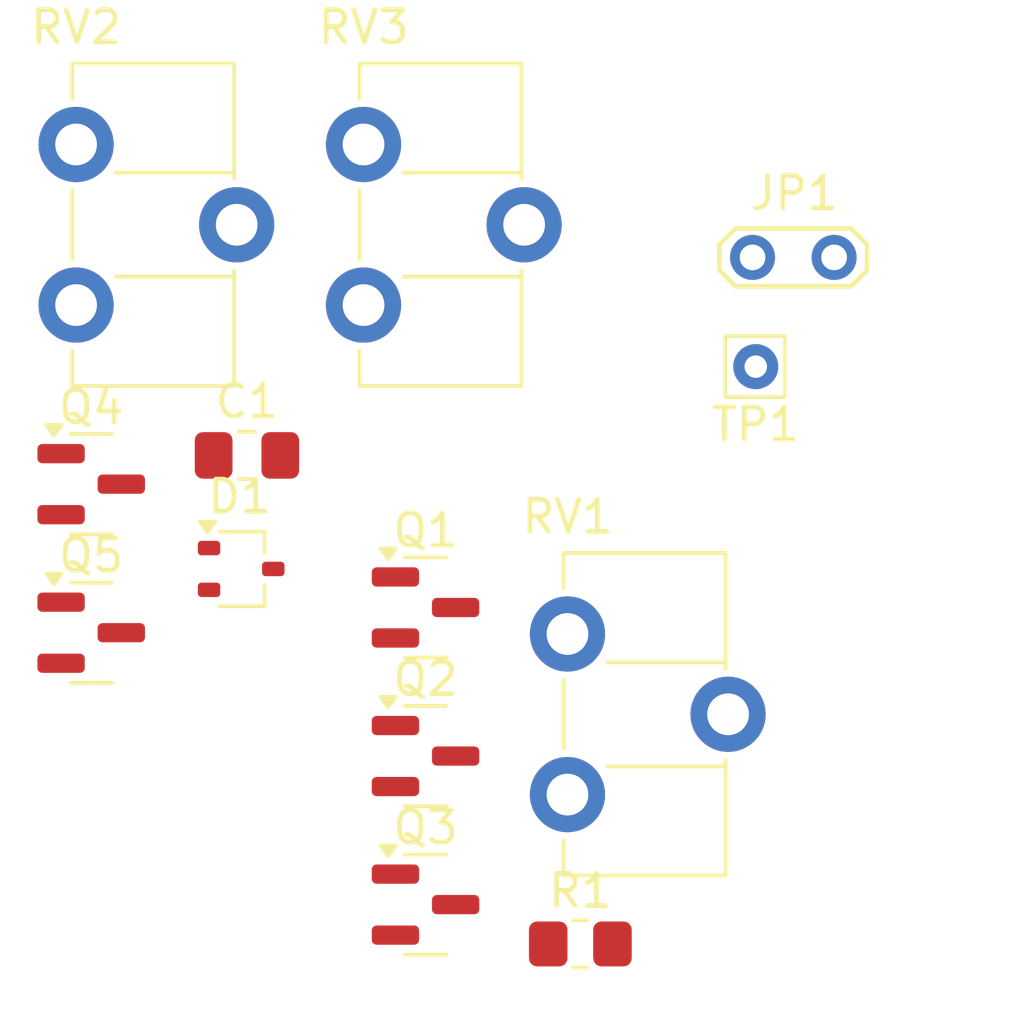
<source format=kicad_pcb>
(kicad_pcb (version 20240108) (generator "pcbnew") (generator_version "8.0")
  (layers (0 "F.Cu" signal) (31 "B.Cu" signal) (34 "B.Paste" user) (35 "F.Paste" user) (36 "B.SilkS" user "B.Silkscreen") (37 "F.SilkS" user "F.Silkscreen") (38 "B.Mask" user) (39 "F.Mask" user) (44 "Edge.Cuts" user))
  (net 0 "")
  (net 1 "Net-(Q1-C)")
  (net 2 "Net-(Q1-B)")
  (net 4 "GND")
  (net 5 "Net-(JP1-A)")
  (net 6 "Net-(Q4-B)")
  (net 7 "Net-(Q2-B)")
  (net 8 "Net-(D1-Pad2)")
  (net 9 "VDD")
  (net 11 "Net-(JP1-B)")
  (footprint "Package_TO_SOT_SMD:SOT-23" (layer "F.Cu") (at 102.344 70.559)
    (property "Reference" "Q4" (at 0 -2.4 0) (layer "F.SilkS"))
    (property "Value" "ss9015")
    (fp_line (start 0 -1.56) (end -0.65 -1.56) (stroke (width 0.12)) (layer "F.SilkS"))
    (fp_line (start 0 -1.56) (end 0.65 -1.56) (stroke (width 0.12)) (layer "F.SilkS"))
    (fp_line (start 0 1.56) (end -0.65 1.56) (stroke (width 0.12)) (layer "F.SilkS"))
    (fp_line (start 0 1.56) (end 0.65 1.56) (stroke (width 0.12)) (layer "F.SilkS"))
    (fp_poly (pts (xy -1.1625 -1.51) (xy -1.4025 -1.84) (xy -0.9225 -1.84) (xy -1.1625 -1.51)) (stroke (width 0.12)) (fill solid) (layer "F.SilkS"))
    (pad "1" smd roundrect (at -0.9375 -0.95) (size 1.475 0.6) (layers "F.Cu" "F.Paste" "F.Mask") (net 6 "Net-(Q4-B)"))
    (pad "2" smd roundrect (at -0.9375 0.95) (size 1.475 0.6) (layers "F.Cu" "F.Paste" "F.Mask") (net 11 "Net-(JP1-B)"))
    (pad "3" smd roundrect (at 0.9375 0) (size 1.475 0.6) (layers "F.Cu" "F.Paste" "F.Mask") (net 7 "Net-(Q2-B)"))
  )
  (footprint "Potentiometer_THT:Potentiometer_ACP_CA9-H5_Horizontal" (layer "F.Cu") (at 101.874 59.984)
    (property "Reference" "RV2" (at 0 -3.65 0) (layer "F.SilkS"))
    (property "Value" "10k")
    (fp_line (start -0.121 -2.521) (end -0.121 -1.426) (stroke (width 0.12)) (layer "F.SilkS"))
    (fp_line (start -0.121 -2.521) (end 4.92 -2.521) (stroke (width 0.12)) (layer "F.SilkS"))
    (fp_line (start -0.121 1.426) (end -0.121 3.575) (stroke (width 0.12)) (layer "F.SilkS"))
    (fp_line (start -0.121 1.426) (end -0.121 3.575) (stroke (width 0.12)) (layer "F.SilkS"))
    (fp_line (start -0.121 6.425) (end -0.121 7.52) (stroke (width 0.12)) (layer "F.SilkS"))
    (fp_line (start -0.121 7.52) (end 4.92 7.52) (stroke (width 0.12)) (layer "F.SilkS"))
    (fp_line (start 1.237 0.88) (end 4.92 0.88) (stroke (width 0.12)) (layer "F.SilkS"))
    (fp_line (start 1.237 4.12) (end 4.92 4.12) (stroke (width 0.12)) (layer "F.SilkS"))
    (fp_line (start 4.92 -2.521) (end 4.92 1.075) (stroke (width 0.12)) (layer "F.SilkS"))
    (fp_line (start 4.92 0.88) (end 4.92 1.075) (stroke (width 0.12)) (layer "F.SilkS"))
    (fp_line (start 4.92 3.925) (end 4.92 4.12) (stroke (width 0.12)) (layer "F.SilkS"))
    (fp_line (start 4.92 3.925) (end 4.92 7.52) (stroke (width 0.12)) (layer "F.SilkS"))
    (pad "1" thru_hole circle (at 0 0) (size 2.34 2.34) (drill 1.3) (layers "*.Cu" "*.Mask"))
    (pad "2" thru_hole circle (at 5 2.5) (size 2.34 2.34) (drill 1.3) (layers "*.Cu" "*.Mask") (net 8 "Net-(D1-Pad2)"))
    (pad "3" thru_hole circle (at 0 5) (size 2.34 2.34) (drill 1.3) (layers "*.Cu" "*.Mask") (net 4 "GND"))
  )
  (footprint "Potentiometer_THT:Potentiometer_ACP_CA9-H5_Horizontal" (layer "F.Cu") (at 110.824 59.984)
    (property "Reference" "RV3" (at 0 -3.65 0) (layer "F.SilkS"))
    (property "Value" "200k")
    (fp_line (start -0.121 -2.521) (end -0.121 -1.426) (stroke (width 0.12)) (layer "F.SilkS"))
    (fp_line (start -0.121 -2.521) (end 4.92 -2.521) (stroke (width 0.12)) (layer "F.SilkS"))
    (fp_line (start -0.121 1.426) (end -0.121 3.575) (stroke (width 0.12)) (layer "F.SilkS"))
    (fp_line (start -0.121 1.426) (end -0.121 3.575) (stroke (width 0.12)) (layer "F.SilkS"))
    (fp_line (start -0.121 6.425) (end -0.121 7.52) (stroke (width 0.12)) (layer "F.SilkS"))
    (fp_line (start -0.121 7.52) (end 4.92 7.52) (stroke (width 0.12)) (layer "F.SilkS"))
    (fp_line (start 1.237 0.88) (end 4.92 0.88) (stroke (width 0.12)) (layer "F.SilkS"))
    (fp_line (start 1.237 4.12) (end 4.92 4.12) (stroke (width 0.12)) (layer "F.SilkS"))
    (fp_line (start 4.92 -2.521) (end 4.92 1.075) (stroke (width 0.12)) (layer "F.SilkS"))
    (fp_line (start 4.92 0.88) (end 4.92 1.075) (stroke (width 0.12)) (layer "F.SilkS"))
    (fp_line (start 4.92 3.925) (end 4.92 4.12) (stroke (width 0.12)) (layer "F.SilkS"))
    (fp_line (start 4.92 3.925) (end 4.92 7.52) (stroke (width 0.12)) (layer "F.SilkS"))
    (pad "1" thru_hole circle (at 0 0) (size 2.34 2.34) (drill 1.3) (layers "*.Cu" "*.Mask") (net 9 "VDD"))
    (pad "2" thru_hole circle (at 5 2.5) (size 2.34 2.34) (drill 1.3) (layers "*.Cu" "*.Mask") (net 6 "Net-(Q4-B)"))
    (pad "3" thru_hole circle (at 0 5) (size 2.34 2.34) (drill 1.3) (layers "*.Cu" "*.Mask") (net 4 "GND"))
  )
  (footprint "Package_TO_SOT_SMD:SOT-23" (layer "F.Cu") (at 112.754 83.649)
    (property "Reference" "Q3" (at 0 -2.4 0) (layer "F.SilkS"))
    (property "Value" "ss9015")
    (fp_line (start 0 -1.56) (end -0.65 -1.56) (stroke (width 0.12)) (layer "F.SilkS"))
    (fp_line (start 0 -1.56) (end 0.65 -1.56) (stroke (width 0.12)) (layer "F.SilkS"))
    (fp_line (start 0 1.56) (end -0.65 1.56) (stroke (width 0.12)) (layer "F.SilkS"))
    (fp_line (start 0 1.56) (end 0.65 1.56) (stroke (width 0.12)) (layer "F.SilkS"))
    (fp_poly (pts (xy -1.1625 -1.51) (xy -1.4025 -1.84) (xy -0.9225 -1.84) (xy -1.1625 -1.51)) (stroke (width 0.12)) (fill solid) (layer "F.SilkS"))
    (pad "1" smd roundrect (at -0.9375 -0.95) (size 1.475 0.6) (layers "F.Cu" "F.Paste" "F.Mask") (net 1 "Net-(Q1-C)"))
    (pad "2" smd roundrect (at -0.9375 0.95) (size 1.475 0.6) (layers "F.Cu" "F.Paste" "F.Mask") (net 2 "Net-(Q1-B)"))
    (pad "3" smd roundrect (at 0.9375 0) (size 1.475 0.6) (layers "F.Cu" "F.Paste" "F.Mask") (net 5 "Net-(JP1-A)"))
  )
  (footprint "Package_TO_SOT_SMD:SOT-23" (layer "F.Cu") (at 112.754 79.024)
    (property "Reference" "Q2" (at 0 -2.4 0) (layer "F.SilkS"))
    (property "Value" "ss9018")
    (fp_line (start 0 -1.56) (end -0.65 -1.56) (stroke (width 0.12)) (layer "F.SilkS"))
    (fp_line (start 0 -1.56) (end 0.65 -1.56) (stroke (width 0.12)) (layer "F.SilkS"))
    (fp_line (start 0 1.56) (end -0.65 1.56) (stroke (width 0.12)) (layer "F.SilkS"))
    (fp_line (start 0 1.56) (end 0.65 1.56) (stroke (width 0.12)) (layer "F.SilkS"))
    (fp_poly (pts (xy -1.1625 -1.51) (xy -1.4025 -1.84) (xy -0.9225 -1.84) (xy -1.1625 -1.51)) (stroke (width 0.12)) (fill solid) (layer "F.SilkS"))
    (pad "1" smd roundrect (at -0.9375 -0.95) (size 1.475 0.6) (layers "F.Cu" "F.Paste" "F.Mask") (net 7 "Net-(Q2-B)"))
    (pad "2" smd roundrect (at -0.9375 0.95) (size 1.475 0.6) (layers "F.Cu" "F.Paste" "F.Mask") (net 4 "GND"))
    (pad "3" smd roundrect (at 0.9375 0) (size 1.475 0.6) (layers "F.Cu" "F.Paste" "F.Mask") (net 11 "Net-(JP1-B)"))
  )
  (footprint "Package_TO_SOT_SMD:SOT-23" (layer "F.Cu") (at 102.344 75.184)
    (property "Reference" "Q5" (at 0 -2.4 0) (layer "F.SilkS"))
    (property "Value" "ss9018")
    (fp_line (start 0 -1.56) (end -0.65 -1.56) (stroke (width 0.12)) (layer "F.SilkS"))
    (fp_line (start 0 -1.56) (end 0.65 -1.56) (stroke (width 0.12)) (layer "F.SilkS"))
    (fp_line (start 0 1.56) (end -0.65 1.56) (stroke (width 0.12)) (layer "F.SilkS"))
    (fp_line (start 0 1.56) (end 0.65 1.56) (stroke (width 0.12)) (layer "F.SilkS"))
    (fp_poly (pts (xy -1.1625 -1.51) (xy -1.4025 -1.84) (xy -0.9225 -1.84) (xy -1.1625 -1.51)) (stroke (width 0.12)) (fill solid) (layer "F.SilkS"))
    (pad "1" smd roundrect (at -0.9375 -0.95) (size 1.475 0.6) (layers "F.Cu" "F.Paste" "F.Mask") (net 7 "Net-(Q2-B)"))
    (pad "2" smd roundrect (at -0.9375 0.95) (size 1.475 0.6) (layers "F.Cu" "F.Paste" "F.Mask") (net 4 "GND"))
    (pad "3" smd roundrect (at 0.9375 0) (size 1.475 0.6) (layers "F.Cu" "F.Paste" "F.Mask") (net 6 "Net-(Q4-B)"))
  )
  (footprint "Resistor_SMD:R_0805_2012Metric_Pad1.20x1.40mm_HandSolder" (layer "F.Cu") (at 117.574 84.874)
    (property "Reference" "R1" (at 0 -1.65 0) (layer "F.SilkS"))
    (property "Value" "10k")
    (fp_line (start -0.227064 -0.735) (end 0.227064 -0.735) (stroke (width 0.12)) (layer "F.SilkS"))
    (fp_line (start -0.227064 0.735) (end 0.227064 0.735) (stroke (width 0.12)) (layer "F.SilkS"))
    (pad "1" smd roundrect (at -1 0) (size 1.2 1.4) (layers "F.Cu" "F.Paste" "F.Mask") (roundrect_rratio 0.208333) (net 1 "Net-(Q1-C)"))
    (pad "2" smd roundrect (at 1 0) (size 1.2 1.4) (layers "F.Cu" "F.Paste" "F.Mask") (roundrect_rratio 0.208333) (net 4 "GND"))
  )
  (footprint "Connector_Pin:Pin_D0.7mm_L6.5mm_W1.8mm_FlatFork" (layer "F.Cu") (at 123.036 66.9)
    (property "Reference" "TP1" (at 0 1.8 0) (layer "F.SilkS"))
    (property "Value" "TestPoint")
    (fp_line (start -0.95 -0.95) (end -0.95 0.95) (stroke (width 0.12)) (layer "F.SilkS"))
    (fp_line (start -0.95 0.95) (end 0.9 0.95) (stroke (width 0.12)) (layer "F.SilkS"))
    (fp_line (start 0.9 -0.95) (end -0.95 -0.95) (stroke (width 0.12)) (layer "F.SilkS"))
    (fp_line (start 0.9 -0.9) (end 0.9 -0.95) (stroke (width 0.12)) (layer "F.SilkS"))
    (fp_line (start 0.9 0.95) (end 0.9 -0.9) (stroke (width 0.12)) (layer "F.SilkS"))
    (pad "1" thru_hole circle (at 0 0) (size 1.4 1.4) (drill 0.7) (layers "*.Cu" "*.Mask") (net 6 "Net-(Q4-B)"))
  )
  (footprint "Capacitor_SMD:C_0805_2012Metric_Pad1.18x1.45mm_HandSolder" (layer "F.Cu") (at 107.194 69.664)
    (property "Reference" "C1" (at 0 -1.68 0) (layer "F.SilkS"))
    (property "Value" "1n")
    (fp_line (start -0.261252 -0.735) (end 0.261252 -0.735) (stroke (width 0.12)) (layer "F.SilkS"))
    (fp_line (start -0.261252 0.735) (end 0.261252 0.735) (stroke (width 0.12)) (layer "F.SilkS"))
    (pad "1" smd roundrect (at -1.0375 0) (size 1.175 1.45) (layers "F.Cu" "F.Paste" "F.Mask") (roundrect_rratio 0.212766) (net 5 "Net-(JP1-A)"))
    (pad "2" smd roundrect (at 1.0375 0) (size 1.175 1.45) (layers "F.Cu" "F.Paste" "F.Mask") (roundrect_rratio 0.212766) (net 4 "GND"))
  )
  (footprint "Package_TO_SOT_SMD:SOT-323_SC-70" (layer "F.Cu") (at 107.014 73.199)
    (property "Reference" "D1" (at -0.05 -2.25 0) (layer "F.SilkS"))
    (property "Value" "BAT54AW")
    (fp_line (start -0.68 -1.16) (end 0.73 -1.16) (stroke (width 0.12)) (layer "F.SilkS"))
    (fp_line (start -0.68 1.16) (end 0.73 1.16) (stroke (width 0.12)) (layer "F.SilkS"))
    (fp_line (start 0.73 -1.16) (end 0.73 -0.5) (stroke (width 0.12)) (layer "F.SilkS"))
    (fp_line (start 0.73 0.5) (end 0.73 1.16) (stroke (width 0.12)) (layer "F.SilkS"))
    (fp_poly (pts (xy -1.05 -1.14) (xy -1.29 -1.47) (xy -0.81 -1.47) (xy -1.05 -1.14)) (stroke (width 0.12)) (fill solid) (layer "F.SilkS"))
    (pad "1" smd roundrect (at -1 -0.65 270) (size 0.45 0.7) (layers "F.Cu" "F.Paste" "F.Mask") (net 6 "Net-(Q4-B)"))
    (pad "2" smd roundrect (at -1 0.65 270) (size 0.45 0.7) (layers "F.Cu" "F.Paste" "F.Mask") (net 8 "Net-(D1-Pad2)"))
    (pad "3" smd roundrect (at 1 0 270) (size 0.45 0.7) (layers "F.Cu" "F.Paste" "F.Mask") (net 7 "Net-(Q2-B)"))
  )
  (footprint "Potentiometer_THT:Potentiometer_ACP_CA9-H5_Horizontal" (layer "F.Cu") (at 117.174 75.224)
    (property "Reference" "RV1" (at 0 -3.65 0) (layer "F.SilkS"))
    (property "Value" "1k")
    (fp_line (start -0.121 -2.521) (end -0.121 -1.426) (stroke (width 0.12)) (layer "F.SilkS"))
    (fp_line (start -0.121 -2.521) (end 4.92 -2.521) (stroke (width 0.12)) (layer "F.SilkS"))
    (fp_line (start -0.121 1.426) (end -0.121 3.575) (stroke (width 0.12)) (layer "F.SilkS"))
    (fp_line (start -0.121 1.426) (end -0.121 3.575) (stroke (width 0.12)) (layer "F.SilkS"))
    (fp_line (start -0.121 6.425) (end -0.121 7.52) (stroke (width 0.12)) (layer "F.SilkS"))
    (fp_line (start -0.121 7.52) (end 4.92 7.52) (stroke (width 0.12)) (layer "F.SilkS"))
    (fp_line (start 1.237 0.88) (end 4.92 0.88) (stroke (width 0.12)) (layer "F.SilkS"))
    (fp_line (start 1.237 4.12) (end 4.92 4.12) (stroke (width 0.12)) (layer "F.SilkS"))
    (fp_line (start 4.92 -2.521) (end 4.92 1.075) (stroke (width 0.12)) (layer "F.SilkS"))
    (fp_line (start 4.92 0.88) (end 4.92 1.075) (stroke (width 0.12)) (layer "F.SilkS"))
    (fp_line (start 4.92 3.925) (end 4.92 4.12) (stroke (width 0.12)) (layer "F.SilkS"))
    (fp_line (start 4.92 3.925) (end 4.92 7.52) (stroke (width 0.12)) (layer "F.SilkS"))
    (pad "1" thru_hole circle (at 0 0) (size 2.34 2.34) (drill 1.3) (layers "*.Cu" "*.Mask"))
    (pad "2" thru_hole circle (at 5 2.5) (size 2.34 2.34) (drill 1.3) (layers "*.Cu" "*.Mask") (net 9 "VDD"))
    (pad "3" thru_hole circle (at 0 5) (size 2.34 2.34) (drill 1.3) (layers "*.Cu" "*.Mask") (net 2 "Net-(Q1-B)"))
  )
  (footprint "TestPoint:TestPoint_2Pads_Pitch2.54mm_Drill0.8mm" (layer "F.Cu") (at 122.936 63.5)
    (property "Reference" "JP1" (at 1.3 -2 0) (layer "F.SilkS"))
    (property "Value" "Jumper_2_Bridged")
    (fp_line (start -1.03 -0.4) (end -0.53 -0.9) (stroke (width 0.15)) (layer "F.SilkS"))
    (fp_line (start -1.03 0.4) (end -1.03 -0.4) (stroke (width 0.15)) (layer "F.SilkS"))
    (fp_line (start -0.53 -0.9) (end 3.07 -0.9) (stroke (width 0.15)) (layer "F.SilkS"))
    (fp_line (start -0.53 0.9) (end -1.03 0.4) (stroke (width 0.15)) (layer "F.SilkS"))
    (fp_line (start 3.07 -0.9) (end 3.57 -0.4) (stroke (width 0.15)) (layer "F.SilkS"))
    (fp_line (start 3.07 0.9) (end -0.53 0.9) (stroke (width 0.15)) (layer "F.SilkS"))
    (fp_line (start 3.57 -0.4) (end 3.57 0.4) (stroke (width 0.15)) (layer "F.SilkS"))
    (fp_line (start 3.57 0.4) (end 3.07 0.9) (stroke (width 0.15)) (layer "F.SilkS"))
    (pad "1" thru_hole circle (at 0 0) (size 1.4 1.4) (drill 0.8) (layers "*.Cu" "*.Mask") (net 5 "Net-(JP1-A)"))
    (pad "2" thru_hole circle (at 2.54 0) (size 1.4 1.4) (drill 0.8) (layers "*.Cu" "*.Mask") (net 11 "Net-(JP1-B)"))
  )
  (footprint "Package_TO_SOT_SMD:SOT-23" (layer "F.Cu") (at 112.754 74.399)
    (property "Reference" "Q1" (at 0 -2.4 0) (layer "F.SilkS"))
    (property "Value" "ss9015")
    (fp_line (start 0 -1.56) (end -0.65 -1.56) (stroke (width 0.12)) (layer "F.SilkS"))
    (fp_line (start 0 -1.56) (end 0.65 -1.56) (stroke (width 0.12)) (layer "F.SilkS"))
    (fp_line (start 0 1.56) (end -0.65 1.56) (stroke (width 0.12)) (layer "F.SilkS"))
    (fp_line (start 0 1.56) (end 0.65 1.56) (stroke (width 0.12)) (layer "F.SilkS"))
    (fp_poly (pts (xy -1.1625 -1.51) (xy -1.4025 -1.84) (xy -0.9225 -1.84) (xy -1.1625 -1.51)) (stroke (width 0.12)) (fill solid) (layer "F.SilkS"))
    (pad "1" smd roundrect (at -0.9375 -0.95) (size 1.475 0.6) (layers "F.Cu" "F.Paste" "F.Mask") (net 2 "Net-(Q1-B)"))
    (pad "2" smd roundrect (at -0.9375 0.95) (size 1.475 0.6) (layers "F.Cu" "F.Paste" "F.Mask") (net 9 "VDD"))
    (pad "3" smd roundrect (at 0.9375 0) (size 1.475 0.6) (layers "F.Cu" "F.Paste" "F.Mask") (net 1 "Net-(Q1-C)"))
  )
)
</source>
